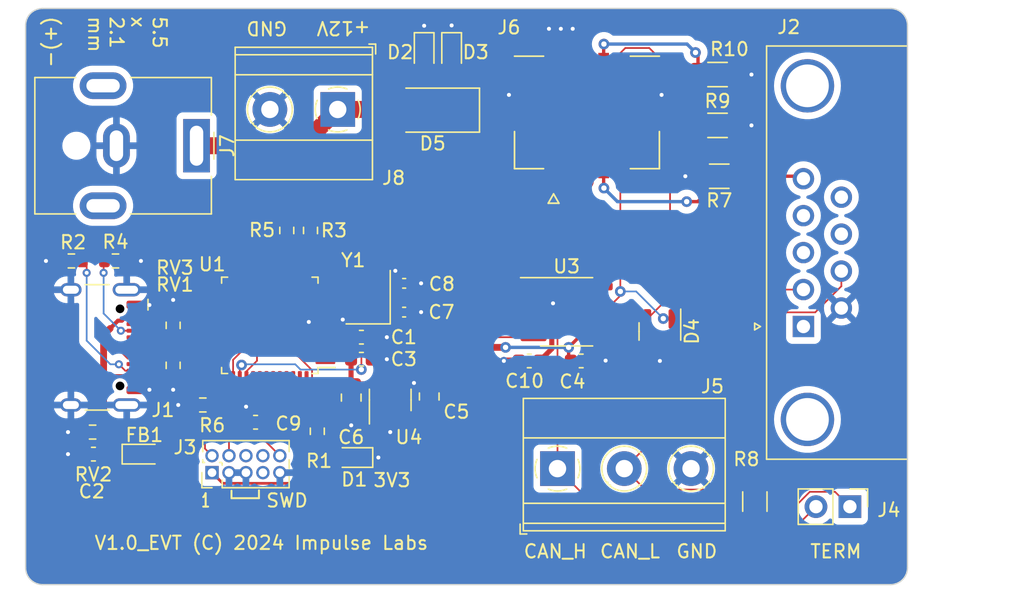
<source format=kicad_pcb>
(kicad_pcb (version 20221018) (generator pcbnew)
  (layers (0 "F.Cu" signal) (31 "B.Cu" signal) (34 "B.Paste" user) (35 "F.Paste" user) (36 "B.SilkS" user "B.Silkscreen") (37 "F.SilkS" user "F.Silkscreen") (38 "B.Mask" user) (39 "F.Mask" user) (44 "Edge.Cuts" user))
  (net 0 "")
  (net 1 "+3V3")
  (net 2 "GND")
  (net 3 "+5V")
  (net 4 "/NRESET")
  (net 5 "Net-(D1-A)")
  (net 6 "Net-(D2-A)")
  (net 7 "Net-(D3-A)")
  (net 8 "/SWDIO")
  (net 9 "/SWCLK")
  (net 10 "/RED_ANN")
  (net 11 "Net-(J1-CC2)")
  (net 12 "Net-(J1-CC1)")
  (net 13 "/GRN_ANN")
  (net 37 "/USB_N")
  (net 38 "/USB_P")
  (net 39 "/CAN1_H")
  (net 40 "/CAN1_L")
  (net 53 "/VBUS")
  (net 54 "/OSC_IN")
  (net 55 "/OSC_OUT")
  (net 63 "/CAN1_S")
  (net 64 "/CAN1_RX")
  (net 65 "/CAN1_TX")
  (net 66 "+12V")
  (net 67 "/+12V_IN")
  (net 68 "Net-(J4-Pin_2)")
  (net 69 "/12V_SHIELD")
  (net 70 "/SHIELD")
  (net 71 "/CAN1_SH")
  (footprint "Resistor_SMD:R_0603_1608Metric" (layer "F.Cu") (at 89.789 81.3562 -90)
    (fp_text reference "RV1")
    (fp_text value "CG0603MLC-05LE")
  )
  (footprint "Resistor_SMD:R_1206_3216Metric" (layer "F.Cu") (at 130.556 59.563)
    (fp_text reference "R10")
    (fp_text value "0")
  )
  (footprint "Resistor_SMD:R_0603_1608Metric" (layer "F.Cu") (at 100.076 71.247 90)
    (fp_text reference "R3")
    (fp_text value "1K0")
  )
  (footprint "Connector_Dsub:DSUB-9_Male_Horizontal_P2.77x2.84mm_EdgePinOffset4.94mm_Housed_MountingHolesOffset7.48mm" (layer "F.Cu") (at 136.988669 78.448 90)
    (fp_text reference "J2")
    (fp_text value "DE9_Plug")
  )
  (footprint "Package_TO_SOT_SMD:SOT-23" (layer "F.Cu") (at 126.238 78.8185 -90)
    (fp_text reference "D4")
    (fp_text value "NUP2105L")
  )
  (footprint "Diode_SMD:D_0603_1608Metric_Pad1.05x0.95mm_HandSolder" (layer "F.Cu") (at 87.63 88.011)
    (fp_text reference "FB1")
    (fp_text value "FerriteBead_Small")
  )
  (footprint "Connector_BarrelJack:BarrelJack_CUI_PJ-063AH_Horizontal" (layer "F.Cu") (at 91.542 64.897 -90)
    (fp_text reference "J7")
    (fp_text value "Conn_Coaxial_Power")
  )
  (footprint "Connector_PinHeader_1.27mm:PinHeader_2x05_P1.27mm_Vertical" (layer "F.Cu") (at 92.7 89.398 90)
    (fp_text reference "J3")
    (fp_text value "Conn_ARM_JTAG_SWD_10")
  )
  (footprint "Resistor_SMD:R_0603_1608Metric" (layer "F.Cu") (at 98.298 71.247 90)
    (fp_text reference "R5")
    (fp_text value "330")
  )
  (footprint "Resistor_SMD:R_0603_1608Metric" (layer "F.Cu") (at 83.757 86.36 180)
    (fp_text reference "RV2")
    (fp_text value "CG0603MLC-05LE")
  )
  (footprint "Package_TO_SOT_SMD:SOT-23-5" (layer "F.Cu") (at 106.045 83.947 90)
    (fp_text reference "U4")
    (fp_text value "LP5907MFX-3.3")
  )
  (footprint "Capacitor_SMD:C_0603_1608Metric" (layer "F.Cu") (at 103.886 80.899)
    (fp_text reference "C3")
    (fp_text value "100n")
  )
  (footprint "Capacitor_SMD:C_0603_1608Metric" (layer "F.Cu") (at 120.3452 81.026)
    (fp_text reference "C4")
    (fp_text value "100n")
  )
  (footprint "Capacitor_SMD:C_0805_2012Metric" (layer "F.Cu") (at 108.966 83.693 90)
    (fp_text reference "C5")
    (fp_text value "10u")
  )
  (footprint "LED_SMD:LED_0603_1608Metric" (layer "F.Cu") (at 110.6424 57.912 -90)
    (fp_text reference "D2")
    (fp_text value "RED")
  )
  (footprint "Package_QFP:LQFP-48_7x7mm_P0.5mm" (layer "F.Cu") (at 97.028 78.359 180)
    (fp_text reference "U1")
    (fp_text value "STM32G0B1CBT")
  )
  (footprint "Package_SO:SOIC-8_3.9x4.9mm_P1.27mm" (layer "F.Cu") (at 119.253 77.343)
    (fp_text reference "U3")
    (fp_text value "TJA1051T-3")
  )
  (footprint "Connector_PinHeader_2.54mm:PinHeader_1x02_P2.54mm_Vertical" (layer "F.Cu") (at 140.467 91.948 -90)
    (fp_text reference "J4")
    (fp_text value "Conn_01x02")
  )
  (footprint "TerminalBlock_Phoenix:TerminalBlock_Phoenix_MKDS-1,5-2-5.08_1x02_P5.08mm_Horizontal" (layer "F.Cu") (at 102.113 62.179 180)
    (fp_text reference "J8")
    (fp_text value "Screw_Terminal_01x02")
  )
  (footprint "Capacitor_SMD:C_0603_1608Metric" (layer "F.Cu") (at 103.886 79.248)
    (fp_text reference "C1")
    (fp_text value "4u7")
  )
  (footprint "molex_microlock_plus:MOLEX_5054481071" (layer "F.Cu") (at 120.777 62.611 180)
    (fp_text reference "J6")
    (fp_text value "5054481071")
  )
  (footprint "Resistor_SMD:R_0603_1608Metric" (layer "F.Cu") (at 100.584 86.297 -90)
    (fp_text reference "R1")
    (fp_text value "2K2")
  )
  (footprint "Resistor_SMD:R_1206_3216Metric" (layer "F.Cu") (at 133.35 91.567 90)
    (fp_text reference "R8")
    (fp_text value "120")
  )
  (footprint "Resistor_SMD:R_1206_3216Metric" (layer "F.Cu") (at 130.683 67.183 180)
    (fp_text reference "R7")
    (fp_text value "DNI")
  )
  (footprint "Capacitor_SMD:C_0603_1608Metric" (layer "F.Cu") (at 95.9612 85.6234 180)
    (fp_text reference "C9")
    (fp_text value "100n")
  )
  (footprint "Resistor_SMD:R_0603_1608Metric" (layer "F.Cu") (at 89.789 78.359 90)
    (fp_text reference "RV3")
    (fp_text value "CG0603MLC-05LE")
  )
  (footprint "Crystal:Crystal_SMD_3225-4Pin_3.2x2.5mm" (layer "F.Cu") (at 104.394 76.2508 90)
    (fp_text reference "Y1")
    (fp_text value "Crystal_GND24_Small")
  )
  (footprint "Diode_SMD:D_SMA" (layer "F.Cu") (at 109.22 62.23 180)
    (fp_text reference "D5")
    (fp_text value "D_Schottky")
  )
  (footprint "Capacitor_SMD:C_0805_2012Metric" (layer "F.Cu") (at 103.124 83.774 -90)
    (fp_text reference "C6")
    (fp_text value "10u")
  )
  (footprint "Capacitor_SMD:C_0603_1608Metric" (layer "F.Cu") (at 116.459 81.026 180)
    (fp_text reference "C10")
    (fp_text value "100n")
  )
  (footprint "Capacitor_SMD:C_0402_1005Metric" (layer "F.Cu") (at 107.089 75.2094)
    (fp_text reference "C8")
    (fp_text value "6p2")
  )
  (footprint "Resistor_SMD:R_0603_1608Metric" (layer "F.Cu") (at 85.471 73.533)
    (fp_text reference "R4")
    (fp_text value "5K1")
  )
  (footprint "Resistor_SMD:R_1206_3216Metric" (layer "F.Cu") (at 130.556 63.373)
    (fp_text reference "R9")
    (fp_text value "0")
  )
  (footprint "TerminalBlock_Phoenix:TerminalBlock_Phoenix_MKDS-1,5-3_1x03_P5.00mm_Horizontal" (layer "F.Cu") (at 118.571 89.096)
    (fp_text reference "J5")
    (fp_text value "Screw_Terminal_01x03")
  )
  (footprint "LED_SMD:LED_0603_1608Metric" (layer "F.Cu") (at 103.251 88.265 180)
    (fp_text reference "D1")
    (fp_text value "YEL")
  )
  (footprint "Resistor_SMD:R_0603_1608Metric" (layer "F.Cu") (at 92.012 84.328 180)
    (fp_text reference "R6")
    (fp_text value "10K")
  )
  (footprint "Connector_USB:USB_C_Receptacle_HCTL_HC-TYPE-C-16P-01A" (layer "F.Cu") (at 83.206 80.01 -90)
    (fp_text reference "J1")
    (fp_text value "USB_C_Receptacle_USB2.0")
  )
  (footprint "LED_SMD:LED_0603_1608Metric" (layer "F.Cu") (at 108.585 57.912 -90)
    (fp_text reference "D3")
    (fp_text value "GRN")
  )
  (footprint "Resistor_SMD:R_0603_1608Metric" (layer "F.Cu") (at 82.169 73.533 180)
    (fp_text reference "R2")
    (fp_text value "5K1")
  )
  (footprint "Capacitor_SMD:C_0402_1005Metric" (layer "F.Cu") (at 107.0864 77.3684)
    (fp_text reference "C7")
    (fp_text value "6p2")
  )
  (footprint "Capacitor_SMD:C_0603_1608Metric" (layer "F.Cu") (at 83.82 88.011 180)
    (fp_text reference "C2")
    (fp_text value "10n")
  )
  (gr_line (start 96.2152 91.313) (end 96.2152 90.7288) (stroke (width 0.15)) (layer "F.SilkS"))
  (gr_line (start 94.1578 91.313) (end 96.2152 91.313) (stroke (width 0.15)) (layer "F.SilkS"))
  (gr_line (start 94.1578 90.7542) (end 94.1578 91.313) (stroke (width 0.15)) (layer "F.SilkS"))
  (gr_line (start 78.74 55.88) (end 78.74 96.52) (stroke (width 0.1)) (layer "Edge.Cuts"))
  (gr_line (start 144.78 96.52) (end 144.78 55.88) (stroke (width 0.1)) (layer "Edge.Cuts"))
  (gr_arc (start 144.78 96.52) (mid 144.408026 97.418026) (end 143.51 97.79) (stroke (width 0.1)) (layer "Edge.Cuts"))
  (gr_line (start 143.51 54.61) (end 80.01 54.61) (stroke (width 0.1)) (layer "Edge.Cuts"))
  (gr_arc (start 80.01 97.79) (mid 79.111974 97.418026) (end 78.74 96.52) (stroke (width 0.1)) (layer "Edge.Cuts"))
  (gr_arc (start 78.74 55.88) (mid 79.111974 54.981974) (end 80.01 54.61) (stroke (width 0.1)) (layer "Edge.Cuts"))
  (gr_arc (start 143.51 54.61) (mid 144.408026 54.981974) (end 144.78 55.88) (stroke (width 0.1)) (layer "Edge.Cuts"))
  (gr_line (start 80.01 97.79) (end 143.51 97.79) (stroke (width 0.1)) (layer "Edge.Cuts"))
  (gr_text "CAN_L" (at 121.666 95.885) (layer "F.SilkS") (effects (font (size 1 1)) (justify left bottom)))
  (gr_text "+12V" (at 104.648 55.499 180) (layer "F.SilkS") (effects (font (size 1 1)) (justify left bottom)))
  (gr_text "3V3" (at 104.6988 90.551) (layer "F.SilkS") (effects (font (size 1 1)) (justify left bottom)))
  (gr_text "SWD" (at 96.6724 92.075) (layer "F.SilkS") (effects (font (size 1 1)) (justify left bottom)))
  (gr_text "GND" (at 127.381 95.885) (layer "F.SilkS") (effects (font (size 1 1)) (justify left bottom)))
  (gr_text "CAN_H" (at 115.951 95.885) (layer "F.SilkS") (effects (font (size 1 1)) (justify left bottom)))
  (gr_text "5.5\nx\n2.1\nmm\n\n(+)-" (at 80.137 55.118 270) (layer "F.SilkS") (effects (font (size 1 1)) (justify left bottom)))
  (gr_text "TERM" (at 137.414 95.885) (layer "F.SilkS") (effects (font (size 1 1)) (justify left bottom)))
  (gr_text "V1.0_EVT (C) 2024 Impulse Labs" (at 83.82 95.25) (layer "F.SilkS") (effects (font (size 1 1)) (justify left bottom)))
  (gr_text "1" (at 91.821 92.075) (layer "F.SilkS") (effects (font (size 1.00076 0.635) (thickness 0.1524) bold) (justify left bottom)))
  (gr_text "GND" (at 98.425 55.499 180) (layer "F.SilkS") (effects (font (size 1 1)) (justify left bottom)))
  (segment (start 100.604 85.344) (end 103.124 82.824) (width 0.3048) (layer "F.Cu") (net 1))
  (segment (start 99.8074 86.2486) (end 100.584 85.472) (width 0.2032) (layer "F.Cu") (net 1))
  (segment (start 107.8945 80.01) (end 114.681 80.01) (width 0.508) (layer "F.Cu") (net 1))
  (segment (start 119.4054 80.01) (end 119.4054 80.8612) (width 0.254) (layer "F.Cu") (net 1))
  (segment (start 93.5016 90.1996) (end 98.9034 90.1996) (width 0.2032) (layer "F.Cu") (net 1))
  (segment (start 92.7 89.398) (end 93.5016 90.1996) (width 0.2032) (layer "F.Cu") (net 1))
  (segment (start 121.653 79.323) (end 121.728 79.248) (width 0.254) (layer "F.Cu") (net 1))
  (segment (start 98.9034 90.1996) (end 99.8074 89.2956) (width 0.2032) (layer "F.Cu") (net 1))
  (segment (start 120.1674 79.248) (end 119.4054 80.01) (width 0.254) (layer "F.Cu") (net 1))
  (segment (start 101.1905 79.109) (end 101.1905 79.502) (width 0.3048) (layer "F.Cu") (net 1))
  (segment (start 105.095 82.8095) (end 103.1385 82.8095) (width 0.508) (layer "F.Cu") (net 1))
  (segment (start 101.1905 78.74) (end 101.1905 79.109) (width 0.3048) (layer "F.Cu") (net 1))
  (segment (start 119.4054 80.8612) (end 119.5702 81.026) (width 0.254) (layer "F.Cu") (net 1))
  (segment (start 121.728 79.248) (end 120.1674 79.248) (width 0.254) (layer "F.Cu") (net 1))
  (segment (start 101.1905 79.109) (end 102.972 79.109) (width 0.25) (layer "F.Cu") (net 1))
  (segment (start 103.1385 82.8095) (end 103.124 82.824) (width 0.508) (layer "F.Cu") (net 1))
  (segment (start 105.095 82.8095) (end 107.8945 80.01) (width 0.508) (layer "F.Cu") (net 1))
  (segment (start 99.8074 89.2956) (end 99.8074 86.2486) (width 0.2032) (layer "F.Cu") (net 1))
  (segment (start 103.111 79.248) (end 103.111 80.899) (width 0.381) (layer "F.Cu") (net 1))
  (segment (start 103.111 80.899) (end 103.111 82.811) (width 0.381) (layer "F.Cu") (net 1))
  (via (at 119.4054 80.01) (size 0.8) (drill 0.4) (layers "F.Cu" "B.Cu") (net 1))
  (via (at 114.681 80.01) (size 0.8) (drill 0.4) (layers "F.Cu" "B.Cu") (net 1))
  (segment (start 114.681 80.01) (end 119.4054 80.01) (width 0.254) (layer "B.Cu") (net 1))
  (segment (start 95.1862 85.6234) (end 95.1862 84.5188) (width 0.508) (layer "F.Cu") (net 2))
  (segment (start 89.789 82.1812) (end 89.789 83.185) (width 0.508) (layer "F.Cu") (net 2))
  (segment (start 107.889 82.743) (end 107.823 82.677) (width 0.508) (layer "F.Cu") (net 2))
  (segment (start 116.778 76.708) (end 118.237 76.708) (width 0.508) (layer "F.Cu") (net 2))
  (segment (start 110.6424 57.1245) (end 110.6424 55.88) (width 0.508) (layer "F.Cu") (net 2))
  (segment (start 108.966 82.743) (end 107.889 82.743) (width 0.508) (layer "F.Cu") (net 2))
  (segment (start 104.661 79.248) (end 105.791 79.248) (width 0.508) (layer "F.Cu") (net 2))
  (segment (start 86.951 76.81) (end 87.986 76.81) (width 0.508) (layer "F.Cu") (net 2))
  (segment (start 86.951 83.21) (end 87.986 83.21) (width 0.508) (layer "F.Cu") (net 2))
  (segment (start 118.8212 56.134) (end 119.7102 56.134) (width 1.27) (layer "F.Cu") (net 2))
  (segment (start 105.5448 75.1508) (end 106.426 74.2696) (width 0.254) (layer "F.Cu") (net 2))
  (segment (start 86.296 73.533) (end 87.376 73.533) (width 0.508) (layer "F.Cu") (net 2))
  (segment (start 104.0385 88.265) (end 105.156 88.265) (width 0.508) (layer "F.Cu") (net 2))
  (segment (start 100.076 78.105) (end 101.1865 78.105) (width 0.254) (layer "F.Cu") (net 2))
  (segment (start 103.124 84.724) (end 103.124 85.852) (width 0.508) (layer "F.Cu") (net 2))
  (segment (start 121.171 81.0006) (end 122.174 81.0006) (width 0.508) (layer "F.Cu") (net 2))
  (segment (start 128.143 67.183) (end 129.2205 67.183) (width 0.508) (layer "F.Cu") (net 2))
  (segment (start 105.244 75.1508) (end 105.5448 75.1508) (width 0.127) (layer "F.Cu") (net 2))
  (segment (start 91.187 84.328) (end 90.17 84.328) (width 0.508) (layer "F.Cu") (net 2))
  (segment (start 126.365 61.087) (end 125.503 61.087) (width 0.635) (layer "F.Cu") (net 2))
  (segment (start 106.045 86.36) (end 106.045 85.0845) (width 0.508) (layer "F.Cu") (net 2))
  (segment (start 118.8212 56.134) (end 117.9322 56.134) (width 1.27) (layer "F.Cu") (net 2))
  (segment (start 126.238 79.756) (end 126.238 81.026) (width 0.508) (layer "F.Cu") (net 2))
  (segment (start 108.585 57.1245) (end 108.585 55.9054) (width 0.508) (layer "F.Cu") (net 2))
  (segment (start 104.661 80.899) (end 105.791 80.899) (width 0.508) (layer "F.Cu") (net 2))
  (segment (start 81.344 73.533) (end 80.264 73.533) (width 0.508) (layer "F.Cu") (net 2))
  (segment (start 103.544 77.3508) (end 103.12 77.7748) (width 0.127) (layer "F.Cu") (net 2))
  (segment (start 118.7704 56.1848) (end 118.8212 56.134) (width 1.27) (layer "F.Cu") (net 2))
  (segment (start 103.12 77.7748) (end 102.5906 77.7748) (width 0.127) (layer "F.Cu") (net 2))
  (segment (start 115.684 81.026) (end 114.554 81.026) (width 0.508) (layer "F.Cu") (net 2))
  (segment (start 102.3072 78.109) (end 101.1905 78.109) (width 0.254) (layer "F.Cu") (net 2))
  (segment (start 132.0185 59.563) (end 133.096 59.563) (width 0.508) (layer "F.Cu") (net 2))
  (segment (start 81.915 86.36) (end 82.932 86.36) (width 0.508) (layer "F.Cu") (net 2))
  (segment (start 118.8212 58.936) (end 118.8212 56.134) (width 1.27) (layer "F.Cu") (net 2))
  (segment (start 107.5664 77.3684) (end 108.3564 77.3684) (width 0.508) (layer "F.Cu") (net 2))
  (segment (start 89.789 77.534) (end 89.789 76.454) (width 0.508) (layer "F.Cu") (net 2))
  (segment (start 87.986 76.81) (end 88.011 76.835) (width 0.508) (layer "F.Cu") (net 2))
  (segment (start 83.045 88.011) (end 81.915 88.011) (width 0.508) (layer "F.Cu") (net 2))
  (segment (start 87.986 83.21) (end 88.011 83.185) (width 0.508) (layer "F.Cu") (net 2))
  (segment (start 133.096 63.373) (end 132.0185 63.373) (width 0.508) (layer "F.Cu") (net 2))
  (segment (start 114.935 61.087) (end 116.051 61.087) (width 0.635) (layer "F.Cu") (net 2))
  (segment (start 119.527 58.936) (end 120.777 58.936) (width 0.762) (layer "F.Cu") (net 2))
  (segment (start 107.569 75.2094) (end 108.3564 75.2094) (width 0.508) (layer "F.Cu") (net 2))
  (segment (start 102.489 77.9272) (end 102.3072 78.109) (width 0.254) (layer "F.Cu") (net 2))
  (segment (start 95.1862 84.5188) (end 95.25 84.455) (width 0.508) (layer "F.Cu") (net 2))
  (via (at 128.143 67.183) (size 0.6) (drill 0.3) (layers "F.Cu" "B.Cu") (net 2))
  (via (at 89.789 76.454) (size 0.6) (drill 0.3) (layers "F.Cu" "B.Cu") (net 2))
  (via (at 90.17 84.328) (size 0.6) (drill 0.3) (layers "F.Cu" "B.Cu") (net 2))
  (via (at 133.096 59.563) (size 0.6) (drill 0.3) (layers "F.Cu" "B.Cu") (net 2))
  (via (at 105.156 88.265) (size 0.6) (drill 0.3) (layers "F.Cu" "B.Cu") (net 2))
  (via (at 99.949 78.105) (size 0.6) (drill 0.3) (layers "F.Cu" "B.Cu") (net 2))
  (via (at 107.823 82.677) (size 0.6) (drill 0.3) (layers "F.Cu" "B.Cu") (net 2))
  (via (at 126.238 81.026) (size 0.6) (drill 0.3) (layers "F.Cu" "B.Cu") (net 2))
  (via (at 126.365 61.087) (size 0.6) (drill 0.3) (layers "F.Cu" "B.Cu") (net 2))
  (via (at 88.011 83.185) (size 0.6) (drill 0.3) (layers "F.Cu" "B.Cu") (net 2))
  (via (at 81.915 88.011) (size 0.6) (drill 0.3) (layers "F.Cu" "B.Cu") (net 2))
  (via (at 102.489 77.9272) (size 0.6) (drill 0.3) (layers "F.Cu" "B.Cu") (net 2))
  (via (at 122.174 81.0006) (size 0.6) (drill 0.3) (layers "F.Cu" "B.Cu") (net 2))
  (via (at 81.915 86.36) (size 0.6) (drill 0.3) (layers "F.Cu" "B.Cu") (net 2))
  (via (at 103.124 85.852) (size 0.6) (drill 0.3) (layers "F.Cu" "B.Cu") (net 2))
  (via (at 88.011 76.835) (size 0.6) (drill 0.3) (layers "F.Cu" "B.Cu") (net 2))
  (via (at 106.045 86.36) (size 0.6) (drill 0.3) (layers "F.Cu" "B.Cu") (net 2))
  (via (at 114.554 81.026) (size 0.6) (drill 0.3) (layers "F.Cu" "B.Cu") (net 2))
  (via (at 89.789 83.185) (size 0.6) (drill 0.3) (layers "F.Cu" "B.Cu") (net 2))
  (via (at 117.9322 56.134) (size 0.6) (drill 0.3) (layers "F.Cu" "B.Cu") (net 2))
  (via (at 108.585 55.9054) (size 0.6) (drill 0.3) (layers "F.Cu" "B.Cu") (net 2))
  (via (at 118.8212 56.134) (size 0.6) (drill 0.3) (layers "F.Cu" "B.Cu") (net 2))
  (via (at 105.791 80.899) (size 0.6) (drill 0.3) (layers "F.Cu" "B.Cu") (net 2))
  (via (at 108.3564 75.2094) (size 0.6) (drill 0.3) (layers "F.Cu" "B.Cu") (net 2))
  (via (at 119.7102 56.134) (size 0.6) (drill 0.3) (layers "F.Cu" "B.Cu") (net 2))
  (via (at 95.25 84.455) (size 0.6) (drill 0.3) (layers "F.Cu" "B.Cu") (net 2))
  (via (at 80.264 73.533) (size 0.6) (drill 0.3) (layers "F.Cu" "B.Cu") (net 2))
  (via (at 118.237 76.708) (size 0.6) (drill 0.3) (layers "F.Cu" "B.Cu") (net 2))
  (via (at 87.376 73.533) (size 0.6) (drill 0.3) (layers "F.Cu" "B.Cu") (net 2))
  (via (at 133.096 63.373) (size 0.6) (drill 0.3) (layers "F.Cu" "B.Cu") (net 2))
  (via (at 106.426 74.2696) (size 0.6) (drill 0.3) (layers "F.Cu" "B.Cu") (net 2))
  (via (at 108.3564 77.3684) (size 0.6) (drill 0.3) (layers "F.Cu" "B.Cu") (net 2))
  (via (at 110.6424 55.88) (size 0.6) (drill 0.3) (layers "F.Cu" "B.Cu") (net 2))
  (via (at 114.935 61.087) (size 0.6) (drill 0.3) (layers "F.Cu" "B.Cu") (net 2))
  (via (at 105.791 79.248) (size 0.6) (drill 0.3) (layers "F.Cu" "B.Cu") (net 2))
  (segment (start 108.966 84.643) (end 108.291 83.968) (width 0.508) (layer "F.Cu") (net 3))
  (segment (start 108.966 84.643) (end 113.617 84.643) (width 0.508) (layer "F.Cu") (net 3))
  (segment (start 105.549001 83.968) (end 105.095 84.422001) (width 0.508) (layer "F.Cu") (net 3))
  (segment (start 106.934 83.968) (end 105.549001 83.968) (width 0.508) (layer "F.Cu") (net 3))
  (segment (start 106.995 85.0845) (end 106.995 84.029) (width 0.508) (layer "F.Cu") (net 3))
  (segment (start 118.1435 80.1165) (end 118.1435 78.86996) (width 0.381) (layer "F.Cu") (net 3))
  (segment (start 88.505 88.011) (end 91.1762 90.6822) (width 0.508) (layer "F.Cu") (net 3))
  (segment (start 118.1435 78.86996) (end 117.25154 77.978) (width 0.381) (layer "F.Cu") (net 3))
  (segment (start 105.095 84.422001) (end 105.095 85.0845) (width 0.508) (layer "F.Cu") (net 3))
  (segment (start 108.291 83.968) (end 106.934 83.968) (width 0.508) (layer "F.Cu") (net 3))
  (segment (start 108.966 84.643) (end 108.966 86.890033) (width 0.508) (layer "F.Cu") (net 3))
  (segment (start 105.173833 90.6822) (end 91.1762 90.6822) (width 0.508) (layer "F.Cu") (net 3))
  (segment (start 117.234 81.026) (end 118.1435 80.1165) (width 0.381) (layer "F.Cu") (net 3))
  (segment (start 106.995 84.029) (end 106.934 83.968) (width 0.508) (layer "F.Cu") (net 3))
  (segment (start 113.617 84.643) (end 117.234 81.026) (width 0.508) (layer "F.Cu") (net 3))
  (segment (start 108.966 86.890033) (end 105.173833 90.6822) (width 0.508) (layer "F.Cu") (net 3))
  (segment (start 96.7362 85.6234) (end 96.7362 87.0842) (width 0.127) (layer "F.Cu") (net 4))
  (segment (start 96.7362 87.0842) (end 97.78 88.128) (width 0.127) (layer "F.Cu") (net 4))
  (segment (start 97.892312 85.6234) (end 96.7362 85.6234) (width 0.127) (layer "F.Cu") (net 4))
  (segment (start 99.187 77.875) (end 99.187 80.714288) (width 0.127) (layer "F.Cu") (net 4))
  (segment (start 101.1905 76.609) (end 100.453 76.609) (width 0.127) (layer "F.Cu") (net 4))
  (segment (start 100.453 76.609) (end 99.187 77.875) (width 0.127) (layer "F.Cu") (net 4))
  (segment (start 100.1915 83.324212) (end 97.892312 85.6234) (width 0.127) (layer "F.Cu") (net 4))
  (segment (start 100.1915 81.718788) (end 100.1915 83.324212) (width 0.127) (layer "F.Cu") (net 4))
  (segment (start 99.187 80.714288) (end 100.1915 81.718788) (width 0.127) (layer "F.Cu") (net 4))
  (segment (start 102.4635 88.265) (end 101.727 88.265) (width 0.127) (layer "F.Cu") (net 5))
  (segment (start 101.727 88.265) (end 100.584 87.122) (width 0.127) (layer "F.Cu") (net 5))
  (segment (start 109.6518 67.7164) (end 109.6518 61.1632) (width 0.127) (layer "F.Cu") (net 6))
  (segment (start 100.076 70.422) (end 106.9462 70.422) (width 0.127) (layer "F.Cu") (net 6))
  (segment (start 106.9462 70.422) (end 109.6518 67.7164) (width 0.127) (layer "F.Cu") (net 6))
  (segment (start 109.6518 61.1632) (end 110.6424 60.1726) (width 0.127) (layer "F.Cu") (net 6))
  (segment (start 110.6424 60.1726) (end 110.6424 58.6995) (width 0.127) (layer "F.Cu") (net 6))
  (segment (start 108.9406 67.437) (end 108.9406 59.0551) (width 0.127) (layer "F.Cu") (net 7))
  (segment (start 106.6191 69.7585) (end 108.9406 67.437) (width 0.127) (layer "F.Cu") (net 7))
  (segment (start 98.298 70.422) (end 98.9615 69.7585) (width 0.127) (layer "F.Cu") (net 7))
  (segment (start 98.9615 69.7585) (end 106.6191 69.7585) (width 0.127) (layer "F.Cu") (net 7))
  (segment (start 108.9406 59.0551) (end 108.585 58.6995) (width 0.127) (layer "F.Cu") (net 7))
  (segment (start 92.1735 87.6015) (end 92.7 88.128) (width 0.127) (layer "F.Cu") (net 8))
  (segment (start 92.8655 80.609) (end 92.00579 80.609) (width 0.127) (layer "F.Cu") (net 8))
  (segment (start 91.44 81.17479) (end 91.44 83.439) (width 0.127) (layer "F.Cu") (net 8))
  (segment (start 91.44 83.439) (end 92.1735 84.1725) (width 0.127) (layer "F.Cu") (net 8))
  (segment (start 92.00579 80.609) (end 91.44 81.17479) (width 0.127) (layer "F.Cu") (net 8))
  (segment (start 92.1735 84.1725) (end 92.1735 87.6015) (width 0.127) (layer "F.Cu") (net 8))
  (segment (start 91.694 81.28) (end 91.694 82.55) (width 0.127) (layer "F.Cu") (net 9))
  (segment (start 92.8655 81.109) (end 91.865 81.109) (width 0.127) (layer "F.Cu") (net 9))
  (segment (start 91.865 81.109) (end 91.694 81.28) (width 0.127) (layer "F.Cu") (net 9))
  (segment (start 93.97 85.461) (end 92.837 84.328) (width 0.127) (layer "F.Cu") (net 9))
  (segment (start 93.97 88.128) (end 93.97 85.461) (width 0.127) (layer "F.Cu") (net 9))
  (segment (start 92.837 83.693) (end 92.837 84.328) (width 0.127) (layer "F.Cu") (net 9))
  (segment (start 91.694 82.55) (end 92.837 83.693) (width 0.127) (layer "F.Cu") (net 9))
  (segment (start 99.278 74.1965) (end 99.278 72.87) (width 0.127) (layer "F.Cu") (net 10))
  (segment (start 99.278 72.87) (end 100.076 72.072) (width 0.127) (layer "F.Cu") (net 10))
  (segment (start 86.951 81.76) (end 86.205 81.76) (width 0.127) (layer "F.Cu") (net 11))
  (segment (start 86.205 81.76) (end 85.725 81.28) (width 0.127) (layer "F.Cu") (net 11))
  (segment (start 83.312 74.422) (end 83.312 73.851) (width 0.127) (layer "F.Cu") (net 11))
  (via (at 83.312 74.422) (size 0.6) (drill 0.3) (layers "F.Cu" "B.Cu") (net 11))
  (via (at 85.725 81.28) (size 0.6) (drill 0.3) (layers "F.Cu" "B.Cu") (net 11))
  (segment (start 83.312 79.502) (end 85.09 81.28) (width 0.127) (layer "B.Cu") (net 11))
  (segment (start 83.312 74.676) (end 83.312 79.502) (width 0.127) (layer "B.Cu") (net 11))
  (segment (start 83.312 74.422) (end 83.312 74.676) (width 0.127) (layer "B.Cu") (net 11))
  (segment (start 85.09 81.28) (end 85.725 81.28) (width 0.127) (layer "B.Cu") (net 11))
  (segment (start 86.951 78.76) (end 85.872 78.76) (width 0.127) (layer "F.Cu") (net 12))
  (segment (start 84.582 74.422) (end 84.582 73.597) (width 0.127) (layer "F.Cu") (net 12))
  (via (at 85.872 78.76) (size 0.6) (drill 0.3) (layers "F.Cu" "B.Cu") (net 12))
  (via (at 84.582 74.422) (size 0.6) (drill 0.3) (layers "F.Cu" "B.Cu") (net 12))
  (segment (start 84.582 77.47) (end 84.582 74.422) (width 0.127) (layer "B.Cu") (net 12))
  (segment (start 85.852 78.74) (end 84.582 77.47) (width 0.127) (layer "B.Cu") (net 12))
  (segment (start 98.778 72.552) (end 98.298 72.072) (width 0.127) (layer "F.Cu") (net 13))
  (segment (start 98.778 74.1965) (end 98.778 72.552) (width 0.127) (layer "F.Cu") (net 13))
  (segment (start 87.601 79.26) (end 87.8645 79.5235) (width 0.127) (layer "F.Cu") (net 37))
  (segment (start 87.8645 80.053766) (end 87.845333 80.072933) (width 0.127) (layer "F.Cu") (net 37))
  (segment (start 92.861881 79.605381) (end 88.312885 79.605381) (width 0.127) (layer "F.Cu") (net 37))
  (segment (start 87.8645 79.5235) (end 87.8645 80.053766) (width 0.127) (layer "F.Cu") (net 37))
  (segment (start 86.951 80.26) (end 87.642412 80.26) (width 0.127) (layer "F.Cu") (net 37))
  (segment (start 88.312885 79.605381) (end 87.845333 80.072933) (width 0.127) (layer "F.Cu") (net 37))
  (segment (start 86.951 79.26) (end 87.601 79.26) (width 0.127) (layer "F.Cu") (net 37))
  (segment (start 87.845333 80.072933) (end 87.650339 80.267927) (width 0.127) (layer "F.Cu") (net 37))
  (segment (start 87.642412 80.26) (end 87.650339 80.267927) (width 0.127) (layer "F.Cu") (net 37))
  (segment (start 86.0375 80.496499) (end 86.301001 80.76) (width 0.127) (layer "F.Cu") (net 38))
  (segment (start 86.0375 80.0235) (end 86.0375 80.496499) (width 0.127) (layer "F.Cu") (net 38))
  (segment (start 87.87561 80.76) (end 88.522991 80.112619) (width 0.127) (layer "F.Cu") (net 38))
  (segment (start 86.951 80.76) (end 87.87561 80.76) (width 0.127) (layer "F.Cu") (net 38))
  (segment (start 88.522991 80.112619) (end 92.861881 80.112619) (width 0.127) (layer "F.Cu") (net 38))
  (segment (start 86.301001 80.76) (end 86.951 80.76) (width 0.127) (layer "F.Cu") (net 38))
  (segment (start 86.951 79.76) (end 86.301 79.76) (width 0.127) (layer "F.Cu") (net 38))
  (segment (start 86.301 79.76) (end 86.0375 80.0235) (width 0.127) (layer "F.Cu") (net 38))
  (segment (start 136.352273 91.948) (end 137.465773 90.8345) (width 0.127) (layer "F.Cu") (net 39))
  (segment (start 139.3535 90.8345) (end 140.467 91.948) (width 0.127) (layer "F.Cu") (net 39))
  (segment (start 127.188 77.881) (end 127.6845 77.3845) (width 0.127) (layer "F.Cu") (net 39))
  (segment (start 137.465773 90.8345) (end 139.3535 90.8345) (width 0.127) (layer "F.Cu") (net 39))
  (segment (start 118.571 89.096) (end 121.423 91.948) (width 0.127) (layer "F.Cu") (net 39))
  (segment (start 118.571 78.890001) (end 118.571 89.096) (width 0.127) (layer "F.Cu") (net 39))
  (segment (start 120.753001 76.708) (end 118.571 78.890001) (width 0.127) (layer "F.Cu") (net 39))
  (segment (start 122.702999 76.708) (end 121.728 76.708) (width 0.127) (layer "F.Cu") (net 39))
  (segment (start 123.277 76.133999) (end 122.702999 76.708) (width 0.127) (layer "F.Cu") (net 39))
  (segment (start 126.492 77.851) (end 127.158 77.851) (width 0.127) (layer "F.Cu") (net 39))
  (segment (start 121.423 91.948) (end 136.352273 91.948) (width 0.127) (layer "F.Cu") (net 39))
  (segment (start 121.728 76.708) (end 120.753001 76.708) (width 0.127) (layer "F.Cu") (net 39))
  (segment (start 139.828669 75.42437) (end 139.828669 74.293) (width 0.127) (layer "F.Cu") (net 39))
  (segment (start 127.158 77.851) (end 127.188 77.881) (width 0.127) (layer "F.Cu") (net 39))
  (segment (start 127.6845 77.3845) (end 137.868539 77.3845) (width 0.127) (layer "F.Cu") (net 39))
  (segment (start 137.868539 77.3845) (end 139.828669 75.42437) (width 0.127) (layer "F.Cu") (net 39))
  (segment (start 123.277 66.336) (end 123.277 76.133999) (width 0.127) (layer "F.Cu") (net 39))
  (via (at 126.492 77.851) (size 0.8) (drill 0.4) (layers "F.Cu" "B.Cu") (net 39))
  (via (at 123.277 75.819) (size 0.8) (drill 0.4) (layers "F.Cu" "B.Cu") (net 39))
  (segment (start 123.277 75.819) (end 124.46 75.819) (width 0.127) (layer "B.Cu") (net 39))
  (segment (start 124.46 75.819) (end 126.492 77.851) (width 0.127) (layer "B.Cu") (net 39))
  (segment (start 125.4405 57.5725) (end 127 59.132) (width 0.127) (layer "F.Cu") (net 40))
  (segment (start 125.288 77.881) (end 125.288 87.379) (width 0.127) (layer "F.Cu") (net 40))
  (segment (start 136.988669 75.678) (end 127.014 75.678) (width 0.127) (layer "F.Cu") (net 40))
  (segment (start 127.014 75.678) (end 127 75.692) (width 0.127) (layer "F.Cu") (net 40))
  (segment (start 127 75.692) (end 127 76.169) (width 0.127) (layer "F.Cu") (net 40))
  (segment (start 123.571 89.096) (end 125.142 90.667) (width 0.127) (layer "F.Cu") (net 40))
  (segment (start 123.277 57.946196) (end 123.650696 57.5725) (width 0.127) (layer "F.Cu") (net 40))
  (segment (start 127 76.169) (end 125.288 77.881) (width 0.127) (layer "F.Cu") (net 40))
  (segment (start 123.650696 57.5725) (end 125.4405 57.5725) (width 0.127) (layer "F.Cu") (net 40))
  (segment (start 125.288 87.379) (end 123.571 89.096) (width 0.127) (layer "F.Cu") (net 40))
  (segment (start 125.142 90.667) (end 132.7875 90.667) (width 0.127) (layer "F.Cu") (net 40))
  (segment (start 123.277 58.936) (end 123.277 57.946196) (width 0.127) (layer "F.Cu") (net 40))
  (segment (start 127 59.132) (end 127 75.692) (width 0.127) (layer "F.Cu") (net 40))
  (segment (start 125.191 77.978) (end 125.288 77.881) (width 0.127) (layer "F.Cu") (net 40))
  (segment (start 121.728 77.978) (end 125.191 77.978) (width 0.127) (layer "F.Cu") (net 40))
  (segment (start 132.7875 90.667) (end 133.35 90.1045) (width 0.127) (layer "F.Cu") (net 40))
  (segment (start 86.8034 82.2624) (end 86.198964 82.2624) (width 0.3048) (layer "F.Cu") (net 53))
  (segment (start 86.105564 82.169) (end 85.09 82.169) (width 0.3048) (layer "F.Cu") (net 53))
  (segment (start 84.582 79.082841) (end 85.0694 78.595441) (width 0.508) (layer "F.Cu") (net 53))
  (segment (start 84.582 87.998) (end 84.595 88.011) (width 0.508) (layer "F.Cu") (net 53))
  (segment (start 85.9486 78.007964) (end 86.198964 77.7576) (width 0.3048) (layer "F.Cu") (net 53))
  (segment (start 84.709 82.169) (end 84.582 82.042) (width 0.508) (layer "F.Cu") (net 53))
  (segment (start 85.09 82.169) (end 84.709 82.169) (width 0.508) (layer "F.Cu") (net 53))
  (segment (start 86.198964 77.7576) (end 86.8034 77.7576) (width 0.3048) (layer "F.Cu") (net 53))
  (segment (start 85.656877 78.007964) (end 85.9486 78.007964) (width 0.3048) (layer "F.Cu") (net 53))
  (segment (start 84.595 88.011) (end 86.755 88.011) (width 0.508) (layer "F.Cu") (net 53))
  (segment (start 84.582 82.042) (end 84.582 79.082841) (width 0.508) (layer "F.Cu") (net 53))
  (segment (start 84.582 86.36) (end 84.582 82.042) (width 0.508) (layer "F.Cu") (net 53))
  (segment (start 85.0694 78.595441) (end 85.656877 78.007964) (width 0.3048) (layer "F.Cu") (net 53))
  (segment (start 86.198964 82.2624) (end 86.105564 82.169) (width 0.3048) (layer "F.Cu") (net 53))
  (segment (start 84.582 86.36) (end 84.582 87.998) (width 0.508) (layer "F.Cu") (net 53))
  (segment (start 101.90879 77.609) (end 101.1905 77.609) (width 0.127) (layer "F.Cu") (net 54))
  (segment (start 105.244 77.3508) (end 106.5888 77.3508) (width 0.127) (layer "F.Cu") (net 54))
  (segment (start 104.0932 76.2) (end 102.85401 76.2) (width 0.127) (layer "F.Cu") (net 54))
  (segment (start 102.6805 76.83729) (end 101.90879 77.609) (width 0.127) (layer "F.Cu") (net 54))
  (segment (start 106.5888 77.3508) (end 106.6064 77.3684) (width 0.127) (layer "F.Cu") (net 54))
  (segment (start 105.244 77.3508) (end 104.0932 76.2) (width 0.127) (layer "F.Cu") (net 54))
  (segment (start 102.6805 76.37351) (end 102.6805 76.83729) (width 0.127) (layer "F.Cu") (net 54))
  (segment (start 102.85401 76.2) (end 102.6805 76.37351) (width 0.127) (layer "F.Cu") (net 54))
  (segment (start 102.4265 76.73208) (end 102.4265 76.2683) (width 0.127) (layer "F.Cu") (net 55))
  (segment (start 103.544 75.1508) (end 104.5075 76.1143) (width 0.127) (layer "F.Cu") (net 55))
  (segment (start 102.4265 76.2683) (end 103.544 75.1508) (width 0.127) (layer "F.Cu") (net 55))
  (segment (start 102.04958 77.109) (end 102.4265 76.73208) (width 0.127) (layer "F.Cu") (net 55))
  (segment (start 101.1905 77.109) (end 102.04958 77.109) (width 0.127) (layer "F.Cu") (net 55))
  (segment (start 106.1075 76.1143) (end 106.609 75.6128) (width 0.127) (layer "F.Cu") (net 55))
  (segment (start 104.5075 76.1143) (end 106.1075 76.1143) (width 0.127) (layer "F.Cu") (net 55))
  (segment (start 106.609 75.6128) (end 106.609 75.2094) (width 0.127) (layer "F.Cu") (net 55))
  (segment (start 94.278 80.944) (end 101.9938 73.2282) (width 0.127) (layer "F.Cu") (net 63))
  (segment (start 94.278 82.5215) (end 94.278 80.944) (width 0.127) (layer "F.Cu") (net 63))
  (segment (start 101.9938 73.2282) (end 119.5182 73.2282) (width 0.127) (layer "F.Cu") (net 63))
  (segment (start 119.5182 73.2282) (end 121.728 75.438) (width 0.127) (layer "F.Cu") (net 63))
  (segment (start 116.778 79.248) (end 106.559626 79.248) (width 0.127) (layer "F.Cu") (net 64))
  (segment (start 103.886 80.501922) (end 103.886 81.534) (width 0.127) (layer "F.Cu") (net 64))
  (segment (start 104.227422 80.1605) (end 103.886 80.501922) (width 0.127) (layer "F.Cu") (net 64))
  (segment (start 94.909992 81.332097) (end 94.778 81.464089) (width 0.127) (layer "F.Cu") (net 64))
  (segment (start 103.746652 81.673348) (end 103.881086 81.673348) (width 0.127) (layer "F.Cu") (net 64))
  (segment (start 94.778 81.464089) (end 94.778 82.5215) (width 0.127) (layer "F.Cu") (net 64))
  (segment (start 105.647126 80.1605) (end 104.227422 80.1605) (width 0.127) (layer "F.Cu") (net 64))
  (segment (start 106.559626 79.248) (end 105.647126 80.1605) (width 0.127) (layer "F.Cu") (net 64))
  (segment (start 103.886 81.534) (end 103.746652 81.673348) (width 0.127) (layer "F.Cu") (net 64))
  (via (at 103.881086 81.673348) (size 0.8) (drill 0.4) (layers "F.Cu" "B.Cu") (net 64))
  (via (at 94.909992 81.332097) (size 0.8) (drill 0.4) (layers "F.Cu" "B.Cu") (net 64))
  (segment (start 94.962089 81.28) (end 94.909992 81.332097) (width 0.127) (layer "B.Cu") (net 64))
  (segment (start 99.326348 81.673348) (end 98.933 81.28) (width 0.127) (layer "B.Cu") (net 64))
  (segment (start 98.933 81.28) (end 94.962089 81.28) (width 0.127) (layer "B.Cu") (net 64))
  (segment (start 103.881086 81.673348) (end 99.326348 81.673348) (width 0.127) (layer "B.Cu") (net 64))
  (segment (start 114.8222 73.4822) (end 116.778 75.438) (width 0.127) (layer "F.Cu") (net 65))
  (segment (start 95.278 82.5215) (end 95.278 81.80321) (width 0.127) (layer "F.Cu") (net 65))
  (segment (start 96.067395 79.513815) (end 102.09901 73.4822) (width 0.127) (layer "F.Cu") (net 65))
  (segment (start 95.278 81.80321) (end 96.067395 81.013815) (width 0.127) (layer "F.Cu") (net 65))
  (segment (start 102.09901 73.4822) (end 114.8222 73.4822) (width 0.127) (layer "F.Cu") (net 65))
  (segment (start 96.067395 81.013815) (end 96.067395 79.513815) (width 0.127) (layer "F.Cu") (net 65))
  (segment (start 111.22 62.23) (end 111.22 63.377026) (width 1.27) (layer "F.Cu") (net 66))
  (segment (start 115.406974 67.564) (end 120.65 67.564) (width 1.27) (layer "F.Cu") (net 66))
  (segment (start 111.22 63.377026) (end 115.406974 67.564) (width 1.27) (layer "F.Cu") (net 66))
  (segment (start 118.277 66.336) (end 118.068 66.336) (width 0.508) (layer "F.Cu") (net 66))
  (segment (start 99.395 64.897) (end 102.113 62.179) (width 1.27) (layer "F.Cu") (net 67))
  (segment (start 102.113 62.179) (end 107.169 62.179) (width 1.27) (layer "F.Cu") (net 67))
  (segment (start 91.542 64.897) (end 99.395 64.897) (width 1.27) (layer "F.Cu") (net 67))
  (segment (start 133.35 93.0295) (end 136.8455 93.0295) (width 0.127) (layer "F.Cu") (net 68))
  (segment (start 136.8455 93.0295) (end 137.927 91.948) (width 0.127) (layer "F.Cu") (net 68))
  (segment (start 130.108 64.3875) (end 130.108 68.0531) (width 0.25) (layer "F.Cu") (net 69))
  (segment (start 122.027 66.336) (end 122.027 68.052) (width 0.25) (layer "F.Cu") (net 69))
  (segment (start 129.0731 69.088) (end 128.2445 69.088) (width 0.25) (layer "F.Cu") (net 69))
  (segment (start 129.0935 63.373) (end 130.108 64.3875) (width 0.25) (layer "F.Cu") (net 69))
  (segment (start 130.108 68.0531) (end 129.0731 69.088) (width 0.25) (layer "F.Cu") (net 69))
  (segment (start 122.027 68.052) (end 122.047 68.072) (width 0.25) (layer "F.Cu") (net 69))
  (via (at 128.2445 69.088) (size 0.8) (drill 0.4) (layers "F.Cu" "B.Cu") (net 69))
  (via (at 122.047 68.072) (size 0.8) (drill 0.4) (layers "F.Cu" "B.Cu") (net 69))
  (segment (start 122.047 68.072) (end 123.063 69.088) (width 0.25) (layer "B.Cu") (net 69))
  (segment (start 123.063 69.088) (end 128.2445 69.088) (width 0.25) (layer "B.Cu") (net 69))
  (segment (start 122.027 57.297) (end 122.047 57.277) (width 0.25) (layer "F.Cu") (net 70))
  (segment (start 122.027 58.936) (end 122.027 57.297) (width 0.25) (layer "F.Cu") (net 70))
  (segment (start 129.0935 59.563) (end 129.0935 58.1005) (width 0.25) (layer "F.Cu") (net 70))
  (segment (start 129.0935 58.1005) (end 128.905 57.912) (width 0.25) (layer "F.Cu") (net 70))
  (via (at 122.047 57.277) (size 0.8) (drill 0.4) (layers "F.Cu" "B.Cu") (net 70))
  (via (at 128.905 57.912) (size 0.8) (drill 0.4) (layers "F.Cu" "B.Cu") (net 70))
  (segment (start 122.047 57.277) (end 128.27 57.277) (width 0.25) (layer "B.Cu") (net 70))
  (segment (start 128.27 57.277) (end 128.905 57.912) (width 0.25) (layer "B.Cu") (net 70))
  (segment (start 132.1455 67.183) (end 136.803669 67.183) (width 0.25) (layer "F.Cu") (net 71))
  (zone (net 2) (net_name "GND") (layer "B.Cu") (connect_pads (clearance 0.5)) (min_thickness 0.25) (fill yes (thermal_gap 0.5) (thermal_bridge_width 0.5))
    (polygon (pts (xy 77.724 53.975) (xy 146.177 53.975) (xy 146.177 99.314) (xy 77.724 99.314)))
  )
)
</source>
